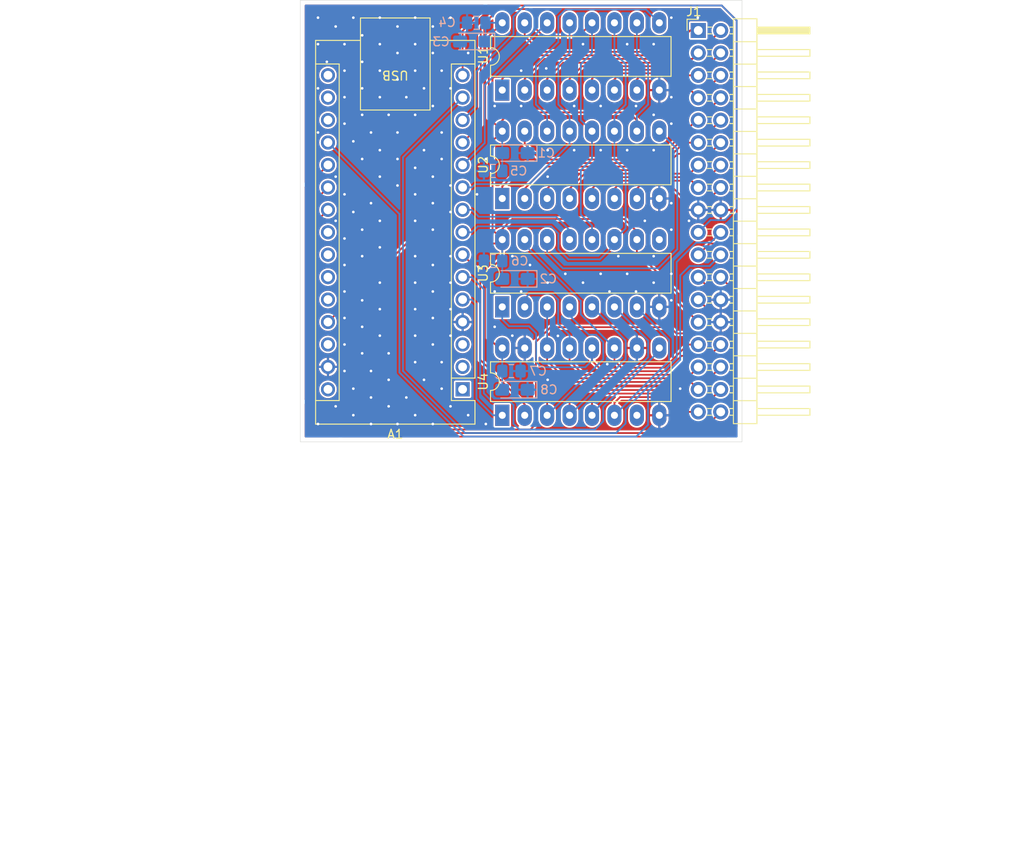
<source format=kicad_pcb>
(kicad_pcb (version 20240108) (generator "pcbnew") (generator_version "8.0")
  (title_block (title "Модуль загрузки") (date "2025-08-06") (company "R2AKT") (comment 1 "R2AKT.466961.001") (comment 2 "R2AKT"))
  (layers (0 "F.Cu" signal) (31 "B.Cu" signal) (34 "B.Paste" user) (35 "F.Paste" user) (36 "B.SilkS" user "B.Silkscreen") (37 "F.SilkS" user "F.Silkscreen") (38 "B.Mask" user) (39 "F.Mask" user) (44 "Edge.Cuts" user))
  (net 0 "")
  (net 2 "/Data_Out_En")
  (net 5 "/DataShift_In")
  (net 8 "/DataShift_In_Latch")
  (net 9 "/HLDA_In")
  (net 11 "/DataShift_Out")
  (net 12 "/Address_Out_En")
  (net 13 "GND")
  (net 14 "/HOLD_Out")
  (net 19 "/DataShift_Out_Clk")
  (net 21 "/DataShift_Out_Latch")
  (net 23 "/DataShift_In_Clk")
  (net 24 "/+5V")
  (net 25 "/A3")
  (net 26 "Net-(U1-QH')")
  (net 27 "/A0")
  (net 28 "/A5")
  (net 29 "/A2")
  (net 30 "/A7")
  (net 31 "/A1")
  (net 32 "/A4")
  (net 33 "/A6")
  (net 34 "/A10")
  (net 35 "/A11")
  (net 36 "/A15")
  (net 37 "/A8")
  (net 38 "Net-(U2-QH')")
  (net 39 "/A14")
  (net 40 "/A13")
  (net 41 "/A12")
  (net 42 "/A9")
  (net 43 "/D2")
  (net 44 "/D3")
  (net 45 "/D5")
  (net 47 "/D0")
  (net 48 "/D6")
  (net 49 "/D1")
  (net 50 "/D4")
  (net 51 "/D7")
  (net 53 "/~{MEMW_Out}")
  (net 54 "/~{MEMR_Out}")
  (net 55 "/~{BUSEn_Out}")
  (net 56 "/~{IOW_Out}")
  (net 57 "/~{IOR_Out}")
  (footprint "Package_DIP:DIP-16_W7.62mm_LongPads" (layer "F.Cu") (at 107.95 116.84 90)
    (property "Reference" "U2")
    (property "Value" "74HCT595")
  )
  (footprint "Package_DIP:DIP-16_W7.62mm_LongPads" (layer "F.Cu") (at 107.95 104.568334 90)
    (property "Reference" "U1")
    (property "Value" "74HCT595")
  )
  (footprint "Package_DIP:DIP-16_W7.62mm_LongPads" (layer "F.Cu") (at 107.95 129.111666 90)
    (property "Reference" "U3")
    (property "Value" "74HCT595")
  )
  (footprint "Connector_PinHeader_2.54mm:PinHeader_2x18_P2.54mm_Horizontal" (layer "F.Cu") (at 130.14 97.818334)
    (property "Reference" "J1")
    (property "Value" "Conn_02x18_Counter_Clockwise")
  )
  (footprint "Package_DIP:DIP-16_W7.62mm_LongPads" (layer "F.Cu") (at 107.95 141.383334 90)
    (property "Reference" "U4")
    (property "Value" "74HCT165")
  )
  (footprint "Module:Arduino_Nano" (layer "F.Cu") (at 103.46 138.443334 180)
    (property "Reference" "A1")
    (property "Value" "Arduino_Nano_v3.x")
  )
  (footprint "Capacitor_Tantalum_SMD:CP_EIA-3216-18_Kemet-A_Pad1.58x1.35mm_HandSolder" (layer "B.Cu") (at 109.3827 138.487734 180)
    (property "Reference" "C8")
    (property "Value" "1u")
  )
  (footprint "Capacitor_SMD:C_0805_2012Metric_Pad1.18x1.45mm_HandSolder" (layer "B.Cu") (at 106.9125 113.722734)
    (property "Reference" "C5")
    (property "Value" "100n")
  )
  (footprint "Capacitor_Tantalum_SMD:CP_EIA-3216-18_Kemet-A_Pad1.58x1.35mm_HandSolder" (layer "B.Cu") (at 109.3875 111.690734 180)
    (property "Reference" "C1")
    (property "Value" "1u")
  )
  (footprint "Capacitor_SMD:C_0805_2012Metric_Pad1.18x1.45mm_HandSolder" (layer "B.Cu") (at 105.0075 96.948334)
    (property "Reference" "C4")
    (property "Value" "100n")
  )
  (footprint "Capacitor_SMD:C_0805_2012Metric_Pad1.18x1.45mm_HandSolder" (layer "B.Cu") (at 106.9125 123.908134)
    (property "Reference" "C6")
    (property "Value" "100n")
  )
  (footprint "Capacitor_Tantalum_SMD:CP_EIA-3216-18_Kemet-A_Pad1.58x1.35mm_HandSolder" (layer "B.Cu") (at 104.6075 99.066934 180)
    (property "Reference" "C3")
    (property "Value" "1u")
  )
  (footprint "Capacitor_SMD:C_0805_2012Metric_Pad1.18x1.45mm_HandSolder" (layer "B.Cu") (at 108.9875 136.379534 180)
    (property "Reference" "C7")
    (property "Value" "100n")
  )
  (footprint "Capacitor_Tantalum_SMD:CP_EIA-3216-18_Kemet-A_Pad1.58x1.35mm_HandSolder" (layer "B.Cu") (at 109.3875 125.940134 180)
    (property "Reference" "C2")
    (property "Value" "1u")
  )
  (gr_rect (start 85.09 94.393334) (end 135.09 144.393334) (stroke (width 0.05)) (fill none) (layer "Edge.Cuts"))
  (segment (start 115.57 121.491666) (end 115.57 120.428334) (width 0.2) (layer "B.Cu") (net 2))
  (segment (start 104.502 118.123334) (end 103.46 118.123334) (width 0.2) (layer "B.Cu") (net 2))
  (segment (start 105.283 118.904334) (end 104.502 118.123334) (width 0.2) (layer "B.Cu") (net 2))
  (segment (start 115.57 120.428334) (end 114.046 118.904334) (width 0.2) (layer "B.Cu") (net 2))
  (segment (start 114.046 118.904334) (end 105.283 118.904334) (width 0.2) (layer "B.Cu") (net 2))
  (segment (start 125.73 134.093534) (end 119.38 140.443534) (width 0.2) (layer "B.Cu") (net 5))
  (segment (start 109.22 142.323134) (end 109.22 140.21902) (width 0.2) (layer "B.Cu") (net 5))
  (segment (start 108.884314 139.883334) (end 106.8564 139.883334) (width 0.2) (layer "B.Cu") (net 5))
  (segment (start 109.22 140.21902) (end 108.884314 139.883334) (width 0.2) (layer "B.Cu") (net 5))
  (segment (start 125.73 133.763334) (end 125.73 134.093534) (width 0.2) (layer "B.Cu") (net 5))
  (segment (start 119.38 140.443534) (end 119.38 142.068969) (width 0.2) (layer "B.Cu") (net 5))
  (segment (start 105.8672 138.894134) (end 105.8672 127.108534) (width 0.2) (layer "B.Cu") (net 5))
  (segment (start 104.502 125.743334) (end 103.46 125.743334) (width 0.2) (layer "B.Cu") (net 5))
  (segment (start 106.8564 139.883334) (end 105.8672 138.894134) (width 0.2) (layer "B.Cu") (net 5))
  (segment (start 119.38 142.068969) (end 118.455635 142.993334) (width 0.2) (layer "B.Cu") (net 5))
  (segment (start 118.455635 142.993334) (end 109.8902 142.993334) (width 0.2) (layer "B.Cu") (net 5))
  (segment (start 105.8672 127.108534) (end 104.502 125.743334) (width 0.2) (layer "B.Cu") (net 5))
  (segment (start 109.8902 142.993334) (end 109.22 142.323134) (width 0.2) (layer "B.Cu") (net 5))
  (segment (start 105.029 139.503734) (end 105.029 128.810334) (width 0.2) (layer "B.Cu") (net 8))
  (segment (start 104.502 128.283334) (end 103.46 128.283334) (width 0.2) (layer "B.Cu") (net 8))
  (segment (start 107.95 141.383334) (end 106.9086 141.383334) (width 0.2) (layer "B.Cu") (net 8))
  (segment (start 106.9086 141.383334) (end 105.029 139.503734) (width 0.2) (layer "B.Cu") (net 8))
  (segment (start 105.029 128.810334) (end 104.502 128.283334) (width 0.2) (layer "B.Cu") (net 8))
  (segment (start 131.415 121.943334) (end 130.14 123.218334) (width 0.2) (layer "F.Cu") (net 9))
  (segment (start 134.49 96.693334) (end 134.49 120.883334) (width 0.2) (layer "F.Cu") (net 9))
  (segment (start 106.334 94.993334) (end 132.79 94.993334) (width 0.2) (layer "F.Cu") (net 9))
  (segment (start 134.49 120.883334) (end 133.43 121.943334) (width 0.2) (layer "F.Cu") (net 9))
  (segment (start 133.43 121.943334) (end 131.415 121.943334) (width 0.2) (layer "F.Cu") (net 9))
  (segment (start 103.46 97.867334) (end 106.334 94.993334) (width 0.2) (layer "F.Cu") (net 9))
  (segment (start 132.79 94.993334) (end 134.49 96.693334) (width 0.2) (layer "F.Cu") (net 9))
  (segment (start 103.46 102.883334) (end 103.46 97.867334) (width 0.2) (layer "F.Cu") (net 9))
  (segment (start 103.4732 113.043334) (end 103.46 113.043334) (width 0.2) (layer "B.Cu") (net 11))
  (segment (start 105.9688 104.009534) (end 105.9688 110.547734) (width 0.2) (layer "B.Cu") (net 11))
  (segment (start 105.9688 110.547734) (end 103.4732 113.043334) (width 0.2) (layer "B.Cu") (net 11))
  (segment (start 113.03 96.948334) (end 105.9688 104.009534) (width 0.2) (layer "B.Cu") (net 11))
  (segment (start 104.8766 115.221334) (end 104.5146 115.583334) (width 0.2) (layer "B.Cu") (net 12))
  (segment (start 114.3 106.204334) (end 115.57 107.474334) (width 0.2) (layer "B.Cu") (net 12))
  (segment (start 115.57 96.948334) (end 115.57 100.362334) (width 0.2) (layer "B.Cu") (net 12))
  (segment (start 115.57 110.649334) (end 110.998 115.221334) (width 0.2) (layer "B.Cu") (net 12))
  (segment (start 114.3 101.632334) (end 114.3 106.204334) (width 0.2) (layer "B.Cu") (net 12))
  (segment (start 115.57 107.474334) (end 115.57 109.22) (width 0.2) (layer "B.Cu") (net 12))
  (segment (start 104.5146 115.583334) (end 103.46 115.583334) (width 0.2) (layer "B.Cu") (net 12))
  (segment (start 115.57 109.22) (end 115.57 110.649334) (width 0.2) (layer "B.Cu") (net 12))
  (segment (start 110.998 115.221334) (end 104.8766 115.221334) (width 0.2) (layer "B.Cu") (net 12))
  (segment (start 115.57 100.362334) (end 114.3 101.632334) (width 0.2) (layer "B.Cu") (net 12))
  (via (at 127.09 128.368334) (size 0.6) (drill 0.3) (layers "F.Cu" "B.Cu") (net 13))
  (via (at 102.09 132.368334) (size 0.6) (drill 0.3) (layers "F.Cu" "B.Cu") (net 13))
  (via (at 96.09 142.368334) (size 0.6) (drill 0.3) (layers "F.Cu" "B.Cu") (net 13))
  (via (at 102.09 126.368334) (size 0.6) (drill 0.3) (layers "F.Cu" "B.Cu") (net 13))
  (via (at 92.09 101.368334) (size 0.6) (drill 0.3) (layers "F.Cu" "B.Cu") (net 13))
  (via (at 97.09 105.368334) (size 0.6) (drill 0.3) (layers "F.Cu" "B.Cu") (net 13))
  (via (at 119.09 111.368334) (size 0.6) (drill 0.3) (layers "F.Cu" "B.Cu") (net 13))
  (via (at 87.09 96.368334) (size 0.6) (drill 0.3) (layers "F.Cu" "B.Cu") (net 13))
  (via (at 102.09 129.368334) (size 0.6) (drill 0.3) (layers "F.Cu" "B.Cu") (net 13))
  (via (at 94.09 132.368334) (size 0.6) (drill 0.3) (layers "F.Cu" "B.Cu") (net 13))
  (via (at 87.09 99.368334) (size 0.6) (drill 0.3) (layers "F.Cu" "B.Cu") (net 13))
  (via (at 120.09 127.368334) (size 0.6) (drill 0.3) (layers "F.Cu" "B.Cu") (net 13))
  (via (at 107.09 131.368334) (size 0.6) (drill 0.3) (layers "F.Cu" "B.Cu") (net 13))
  (via (at 100.09 106.368334) (size 0.6) (drill 0.3) (layers "F.Cu" "B.Cu") (net 13))
  (via (at 90.09 124.368334) (size 0.6) (drill 0.3) (layers "F.Cu" "B.Cu") (net 13))
  (via (at 96.09 109.368334) (size 0.6) (drill 0.3) (layers "F.Cu" "B.Cu") (net 13))
  (via (at 90.09 130.368334) (size 0.6) (drill 0.3) (layers "F.Cu" "B.Cu") (net 13))
  (via (at 113.09 137.368334) (size 0.6) (drill 0.3) (layers "F.Cu" "B.Cu") (net 13))
  (via (at 90.09 105.368334) (size 0.6) (drill 0.3) (layers "F.Cu" "B.Cu") (net 13))
  (via (at 89.09 97.368334) (size 0.6) (drill 0.3) (layers "F.Cu" "B.Cu") (net 13))
  (via (at 94.09 99.368334) (size 0.6) (drill 0.3) (layers "F.Cu" "B.Cu") (net 13))
  (via (at 92.09 120.368334) (size 0.6) (drill 0.3) (layers "F.Cu" "B.Cu") (net 13))
  (via (at 95.09 140.368334) (size 0.6) (drill 0.3) (layers "F.Cu" "B.Cu") (net 13))
  (via (at 114.2492 132.391734) (size 0.6) (drill 0.3) (layers "F.Cu" "B.Cu") (net 13))
  (via (at 111.09 124.368334) (size 0.6) (drill 0.3) (layers "F.Cu" "B.Cu") (net 13))
  (via (at 87.09 142.368334) (size 0.6) (drill 0.3) (layers "F.Cu" "B.Cu") (net 13))
  (via (at 91.09 118.368334) (size 0.6) (drill 0.3) (layers "F.Cu" "B.Cu") (net 13))
  (via (at 110.09 106.368334) (size 0.6) (drill 0.3) (layers "F.Cu" "B.Cu") (net 13))
  (via (at 127.09 105.368334) (size 0.6) (drill 0.3) (layers "F.Cu" "B.Cu") (net 13))
  (via (at 91.09 141.368334) (size 0.6) (drill 0.3) (layers "F.Cu" "B.Cu") (net 13))
  (via (at 88.09 101.368334) (size 0.6) (drill 0.3) (layers "F.Cu" "B.Cu") (net 13))
  (via (at 92.09 123.368334) (size 0.6) (drill 0.3) (layers "F.Cu" "B.Cu") (net 13))
  (via (at 105.09 116.368334) (size 0.6) (drill 0.3) (layers "F.Cu" "B.Cu") (net 13))
  (via (at 95.09 107.368334) (size 0.6) (drill 0.3) (layers "F.Cu" "B.Cu") (net 13))
  (via (at 94.09 114.368334) (size 0.6) (drill 0.3) (layers "F.Cu" "B.Cu") (net 13))
  (via (at 121.09 123.368334) (size 0.6) (drill 0.3) (layers "F.Cu" "B.Cu") (net 13))
  (via (at 89.09 114.368334) (size 0.6) (drill 0.3) (layers "F.Cu" "B.Cu") (net 13))
  (via (at 102.09 140.368334) (size 0.6) (drill 0.3) (layers "F.Cu" "B.Cu") (net 13))
  (via (at 125.09 123.368334) (size 0.6) (drill 0.3) (layers "F.Cu" "B.Cu") (net 13))
  (via (at 97.09 139.368334) (size 0.6) (drill 0.3) (layers "F.Cu" "B.Cu") (net 13))
  (via (at 117.09 126.368334) (size 0.6) (drill 0.3) (layers "F.Cu" "B.Cu") (net 13))
  (via (at 109.09 132.368334) (size 0.6) (drill 0.3) (layers "F.Cu" "B.Cu") (net 13))
  (via (at 125.09 126.368334) (size 0.6) (drill 0.3) (layers "F.Cu" "B.Cu") (net 13))
  (via (at 94.09 105.368334) (size 0.6) (drill 0.3) (layers "F.Cu" "B.Cu") (net 13))
  (via (at 96.09 115.368334) (size 0.6) (drill 0.3) (layers "F.Cu" "B.Cu") (net 13))
  (via (at 116.09 106.368334) (size 0.6) (drill 0.3) (layers "F.Cu" "B.Cu") (net 13))
  (via (at 113.09 114.368334) (size 0.6) (drill 0.3) (layers "F.Cu" "B.Cu") (net 13))
  (via (at 96.09 97.368334) (size 0.6) (drill 0.3) (layers "F.Cu" "B.Cu") (net 13))
  (via (at 90.09 121.368334) (size 0.6) (drill 0.3) (layers "F.Cu" "B.Cu") (net 13))
  (via (at 90.09 99.368334) (size 0.6) (drill 0.3) (layers "F.Cu" "B.Cu") (net 13))
  (via (at 100.09 133.368334) (size 0.6) (drill 0.3) (layers "F.Cu" "B.Cu") (net 13))
  (via (at 92.09 128.368334) (size 0.6) (drill 0.3) (layers "F.Cu" "B.Cu") (net 13))
  (via (at 127.09 108.368334) (size 0.6) (drill 0.3) (layers "F.Cu" "B.Cu") (net 13))
  (via (at 115.09 125.368334) (size 0.6) (drill 0.3) (layers "F.Cu" "B.Cu") (net 13))
  (via (at 90.09 136.368334) (size 0.6) (drill 0.3) (layers "F.Cu" "B.Cu") (net 13))
  (via (at 94.09 96.368334) (size 0.6) (drill 0.3) (layers "F.Cu" "B.Cu") (net 13))
  (via (at 90.09 116.368334) (size 0.6) (drill 0.3) (layers "F.Cu" "B.Cu") (net 13))
  (via (at 90.09 108.368334) (size 0.6) (drill 0.3) (layers "F.Cu" "B.Cu") (net 13))
  (via (at 127.09 96.368334) (size 0.6) (drill 0.3) (layers "F.Cu" "B.Cu") (net 13))
  (via (at 100.09 142.368334) (size 0.6) (drill 0.3) (layers "F.Cu" "B.Cu") (net 13))
  (via (at 122.09 125.368334) (size 0.6) (drill 0.3) (layers "F.Cu" "B.Cu") (net 13))
  (via (at 113.09 111.368334) (size 0.6) (drill 0.3) (layers "F.Cu" "B.Cu") (net 13))
  (via (at 92.09 131.368334) (size 0.6) (drill 0.3) (layers "F.Cu" "B.Cu") (net 13))
  (via (at 119.09 106.368334) (size 0.6) (drill 0.3) (layers "F.Cu" "B.Cu") (net 13))
  (via (at 110.09 102.368334) (size 0.6) (drill 0.3) (layers "F.Cu" "B.Cu") (net 13))
  (via (at 101.09 138.368334) (size 0.6) (drill 0.3) (layers "F.Cu" "B.Cu") (net 13))
  (via (at 98.09 141.368334) (size 0.6) (drill 0.3) (layers "F.Cu" "B.Cu") (net 13))
  (via (at 119.8372 135.592134) (size 0.6) (drill 0.3) (layers "F.Cu" "B.Cu") (net 13))
  (via (at 101.09 112.368334) (size 0.6) (drill 0.3) (layers "F.Cu" "B.Cu") (net 13))
  (via (at 92.09 104.368334) (size 0.6) (drill 0.3) (layers "F.Cu" "B.Cu") (net 13))
  (via (at 89.09 119.368334) (size 0.6) (drill 0.3) (layers "F.Cu" "B.Cu") (net 13))
  (via (at 98.09 96.368334) (size 0.6) (drill 0.3) (layers "F.Cu" "B.Cu") (net 13))
  (via (at 93.09 109.368334) (size 0.6) (drill 0.3) (layers "F.Cu" "B.Cu") (net 13))
  (via (at 123.09 106.368334) (size 0.6) (drill 0.3) (layers "F.Cu" "B.Cu") (net 13))
  (via (at 106.09 142.368334) (size 0.6) (drill 0.3) (layers "F.Cu" "B.Cu") (net 13))
  (via (at 93.09 142.368334) (size 0.6) (drill 0.3) (layers "F.Cu" "B.Cu") (net 13))
  (via (at 98.09 126.368334) (size 0.6) (drill 0.3) (layers "F.Cu" "B.Cu") (net 13))
  (via (at 94.09 102.368334) (size 0.6) (drill 0.3) (layers "F.Cu" "B.Cu") (net 13))
  (via (at 102.09 118.368334) (size 0.6) (drill 0.3) (layers "F.Cu" "B.Cu") (net 13))
  (via (at 92.09 134.368334) (size 0.6) (drill 0.3) (layers "F.Cu" "B.Cu") (net 13))
  (via (at 100.09 117.368334) (size 0.6) (drill 0.3) (layers "F.Cu" "B.Cu") (net 13))
  (via (at 109.09 123.368334) (size 0.6) (drill 0.3) (layers "F.Cu" "B.Cu") (net 13))
  (via (at 87.09 109.368334) (size 0.6) (drill 0.3) (layers "F.Cu" "B.Cu") (net 13))
  (via (at 93.09 136.368334) (size 0.6) (drill 0.3) (layers "F.Cu" "B.Cu") (net 13))
  (via (at 100.09 130.368334) (size 0.6) (drill 0.3) (layers "F.Cu" "B.Cu") (net 13))
  (via (at 95.09 137.368334) (size 0.6) (drill 0.3) (layers "F.Cu" "B.Cu") (net 13))
  (via (at 87.09 104.368334) (size 0.6) (drill 0.3) (layers "F.Cu" "B.Cu") (net 13))
  (via (at 92.09 107.368334) (size 0.6) (drill 0.3) (layers "F.Cu" "B.Cu") (net 13))
  (via (at 96.09 100.368334) (size 0.6) (drill 0.3) (layers "F.Cu" "B.Cu") (net 13))
  (via (at 94.09 122.368334) (size 0.6) (drill 0.3) (layers "F.Cu" "B.Cu") (net 13))
  (via (at 122.09 111.368334) (size 0.6) (drill 0.3) (layers "F.Cu" "B.Cu") (net 13))
  (via (at 98.09 116.368334) (size 0.6) (drill 0.3) (layers "F.Cu" "B.Cu") (net 13))
  (via (at 101.09 102.368334) (size 0.6) (drill 0.3) (layers "F.Cu" "B.Cu") (net 13))
  (via (at 94.09 129.368334) (size 0.6) (drill 0.3) (layers "F.Cu" "B.Cu") (net 13))
  (via (at 130.09 96.368334) (size 0.6) (drill 0.3) (layers "F.Cu" "B.Cu") (net 13))
  (via (at 107.09 127.368334) (size 0.6) (drill 0.3) (layers "F.Cu" "B.Cu") (net 13))
  (via (at 98.09 129.368334) (size 0.6) (drill 0.3) (layers "F.Cu" "B.Cu") (net 13))
  (via (at 101.09 135.368334) (size 0.6) (drill 0.3) (layers "F.Cu" "B.Cu") (net 13))
  (via (at 91.09 138.368334) (size 0.6) (drill 0.3) (layers "F.Cu" "B.Cu") (net 13))
  (via (at 125.09 99.368334) (size 0.6) (drill 0.3) (layers "F.Cu" "B.Cu") (net 13))
  (via (at 104.09 141.368334) (size 0.6) (drill 0.3) (layers "F.Cu" "B.Cu") (net 13))
  (via (at 90.09 102.368334) (size 0.6) (drill 0.3) (layers "F.Cu" "B.Cu") (net 13))
  (via (at 116.09 111.368334) (size 0.6) (drill 0.3) (layers "F.Cu" "B.Cu") (net 13))
  (via (at 98.09 99.368334) (size 0.6) (drill 0.3) (layers "F.Cu" "B.Cu") (net 13))
  (via (at 98.09 123.368334) (size 0.6) (drill 0.3) (layers "F.Cu" "B.Cu") (net 13))
  (via (at 102.09 123.368334) (size 0.6) (drill 0.3) (layers "F.Cu" "B.Cu") (net 13))
  (via (at 93.09 139.368334) (size 0.6) (drill 0.3) (layers "F.Cu" "B.Cu") (net 13))
  (via (at 98.09 107.368334) (size 0.6) (drill 0.3) (layers "F.Cu" "B.Cu") (net 13))
  (via (at 98.09 119.368334) (size 0.6) (drill 0.3) (layers "F.Cu" "B.Cu") (net 13))
  (via (at 99.09 137.368334) (size 0.6) (drill 0.3) (layers "F.Cu" "B.Cu") (net 13))
  (via (at 127.09 117.368334) (size 0.6) (drill 0.3) (layers "F.Cu" "B.Cu") (net 13))
  (via (at 92.09 112.368334) (size 0.6) (drill 0.3) (layers "F.Cu" "B.Cu") (net 13))
  (via (at 124.09 119.368334) (size 0.6) (drill 0.3) (layers "F.Cu" "B.Cu") (net 13))
  (via (at 104.09 100.368334) (size 0.6) (drill 0.3) (layers "F.Cu" "B.Cu") (net 13))
  (via (at 113.09 126.368334) (size 0.6) (drill 0.3) (layers "F.Cu" "B.Cu") (net 13))
  (via (at 100.09 100.368334) (size 0.6) (drill 0.3) (layers "F.Cu" "B.Cu") (net 13))
  (via (at 100.09 120.368334) (size 0.6) (drill 0.3) (layers "F.Cu" "B.Cu") (net 13))
  (via (at 117.09 99.368334) (size 0.6) (drill 0.3) (layers "F.Cu" "B.Cu") (net 13))
  (via (at 112.9284 102.114934) (size 0.6) (drill 0.3) (layers "F.Cu" "B.Cu") (net 13))
  (via (at 127.09 125.368334) (size 0.6) (drill 0.3) (layers "F.Cu" "B.Cu") (net 13))
  (via (at 129.09 119.368334) (size 0.6) (drill 0.3) (layers "F.Cu" "B.Cu") (net 13))
  (via (at 90.09 133.368334) (size 0.6) (drill 0.3) (layers "F.Cu" "B.Cu") (net 13))
  (via (at 98.09 113.368334) (size 0.6) (drill 0.3) (layers "F.Cu" "B.Cu") (net 13))
  (via (at 100.09 114.368334) (size 0.6) (drill 0.3) (layers "F.Cu" "B.Cu") (net 13))
  (via (at 99.09 111.368334) (size 0.6) (drill 0.3) (layers "F.Cu" "B.Cu") (net 13))
  (via (at 98.09 102.368334) (size 0.6) (drill 0.3) (layers "F.Cu" "B.Cu") (net 13))
  (via (at 100.09 127.368334) (size 0.6) (drill 0.3) (layers "F.Cu" "B.Cu") (net 13))
  (via (at 102.09 115.368334) (size 0.6) (drill 0.3) (layers "F.Cu" "B.Cu") (net 13))
  (via (at 93.09 117.368334) (size 0.6) (drill 0.3) (layers "F.Cu" "B.Cu") (net 13))
  (via (at 128.09 138.368334) (size 0.6) (drill 0.3) (layers "F.Cu" "B.Cu") (net 13))
  (via (at 94.09 111.368334) (size 0.6) (drill 0.3) (layers "F.Cu" "B.Cu") (net 13))
  (via (at 125.09 107.368334) (size 0.6) (drill 0.3) (layers "F.Cu" "B.Cu") (net 13))
  (via (at 95.09 134.368334) (size 0.6) (drill 0.3) (layers "F.Cu" "B.Cu") (net 13))
  (via (at 98.09 132.368334) (size 0.6) (drill 0.3) (layers "F.Cu" "B.Cu") (net 13))
  (via (at 123.09 127.368334) (size 0.6) (drill 0.3) (layers "F.Cu" "B.Cu") (net 13))
  (via (at 96.09 112.368334) (size 0.6) (drill 0.3) (layers "F.Cu" "B.Cu") (net 13))
  (via (at 101.09 109.368334) (size 0.6) (drill 0.3) (layers "F.Cu" "B.Cu") (net 13))
  (via (at 100.09 124.368334) (size 0.6) (drill 0.3) (layers "F.Cu" "B.Cu") (net 13))
  (via (at 89.09 140.368334) (size 0.6) (drill 0.3) (layers "F.Cu" "B.Cu") (net 13))
  (via (at 122.09 99.368334) (size 0.6) (drill 0.3) (layers "F.Cu" "B.Cu") (net 13))
  (via (at 125.09 111.368334) (size 0.6) (drill 0.3) (layers "F.Cu" "B.Cu") (net 13))
  (via (at 107.09 106.368334) (size 0.6) (drill 0.3) (layers "F.Cu" "B.Cu") (net 13))
  (via (at 94.09 119.368334) (size 0.6) (drill 0.3) (layers "F.Cu" "B.Cu") (net 13))
  (via (at 96.09 103.368334) (size 0.6) (drill 0.3) (layers "F.Cu" "B.Cu") (net 13))
  (via (at 110.09 127.368334) (size 0.6) (drill 0.3) (layers "F.Cu" "B.Cu") (net 13))
  (via (at 99.09 104.368334) (size 0.6) (drill 0.3) (layers "F.Cu" "B.Cu") (net 13))
  (via (at 90.09 127.368334) (size 0.6) (drill 0.3) (layers "F.Cu" "B.Cu") (net 13))
  (via (at 127.09 120.368334) (size 0.6) (drill 0.3) (layers "F.Cu" "B.Cu") (net 13))
  (via (at 98.09 135.368334) (size 0.6) (drill 0.3) (layers "F.Cu" "B.Cu") (net 13))
  (via (at 119.09 125.368334) (size 0.6) (drill 0.3) (layers "F.Cu" "B.Cu") (net 13))
  (via (at 102.09 96.368334) (size 0.6) (drill 0.3) (layers "F.Cu" "B.Cu") (net 13))
  (via (at 100.09 97.368334) (size 0.6) (drill 0.3) (layers "F.Cu" "B.Cu") (net 13))
  (via (at 92.09 98.368334) (size 0.6) (drill 0.3) (layers "F.Cu" "B.Cu") (net 13))
  (via (at 91.09 110.368334) (size 0.6) (drill 0.3) (layers "F.Cu" "B.Cu") (net 13))
  (via (at 91.09 96.368334) (size 0.6) (drill 0.3) (layers "F.Cu" "B.Cu") (net 13))
  (via (at 102.09 104.368334) (size 0.6) (drill 0.3) (layers "F.Cu" "B.Cu") (net 13))
  (via (at 94.09 126.368334) (size 0.6) (drill 0.3) (layers "F.Cu" "B.Cu") (net 13))
  (via (at 106.09 112.368334) (size 0.6) (drill 0.3) (layers "F.Cu" "B.Cu") (net 13))
  (segment (start 130.14 120.678334) (end 131.53 119.288334) (width 0.2) (layer "B.Cu") (net 14))
  (segment (start 105.029 102.445134) (end 105.029 106.394334) (width 0.2) (layer "B.Cu") (net 14))
  (segment (start 110.489365 94.993334) (end 109.22 96.262699) (width 0.2) (layer "B.Cu") (net 14))
  (segment (start 134.49 117.95468) (end 134.49 96.683334) (width 0.2) (layer "B.Cu") (net 14))
  (segment (start 134.49 96.683334) (end 132.8 94.993334) (width 0.2) (layer "B.Cu") (net 14))
  (segment (start 109.22 98.254134) (end 105.029 102.445134) (width 0.2) (layer "B.Cu") (net 14))
  (segment (start 133.156346 119.288334) (end 134.49 117.95468) (width 0.2) (layer "B.Cu") (net 14))
  (segment (start 109.22 96.262699) (end 109.22 98.254134) (width 0.2) (layer "B.Cu") (net 14))
  (segment (start 132.8 94.993334) (end 110.489365 94.993334) (width 0.2) (layer "B.Cu") (net 14))
  (segment (start 105.029 106.394334) (end 103.46 107.963334) (width 0.2) (layer "B.Cu") (net 14))
  (segment (start 131.53 119.288334) (end 133.156346 119.288334) (width 0.2) (layer "B.Cu") (net 14))
  (segment (start 121.92 101.632334) (end 120.65 100.362334) (width 0.2) (layer "B.Cu") (net 19))
  (segment (start 121.92 106.204334) (end 121.92 101.632334) (width 0.2) (layer "B.Cu") (net 19))
  (segment (start 120.65 112.427334) (end 120.65 109.22) (width 0.2) (layer "B.Cu") (net 19))
  (segment (start 105.160868 119.991666) (end 104.4892 120.663334) (width 0.2) (layer "B.Cu") (net 19))
  (segment (start 120.65 121.491666) (end 120.65 122.079334) (width 0.2) (layer "B.Cu") (net 19))
  (segment (start 104.4892 120.663334) (end 103.46 120.663334) (width 0.2) (layer "B.Cu") (net 19))
  (segment (start 115.443 123.730334) (end 114.3 122.587334) (width 0.2) (layer "B.Cu") (net 19))
  (segment (start 120.65 121.491666) (end 121.92 120.221666) (width 0.2) (layer "B.Cu") (net 19))
  (segment (start 114.3 120.806031) (end 113.485635 119.991666) (width 0.2) (layer "B.Cu") (net 19))
  (segment (start 121.92 113.697334) (end 120.65 112.427334) (width 0.2) (layer "B.Cu") (net 19))
  (segment (start 120.65 122.079334) (end 118.999 123.730334) (width 0.2) (layer "B.Cu") (net 19))
  (segment (start 114.3 122.587334) (end 114.3 120.806031) (width 0.2) (layer "B.Cu") (net 19))
  (segment (start 120.65 100.362334) (end 120.65 96.948334) (width 0.2) (layer "B.Cu") (net 19))
  (segment (start 121.92 120.221666) (end 121.92 113.697334) (width 0.2) (layer "B.Cu") (net 19))
  (segment (start 120.65 109.22) (end 120.65 107.474334) (width 0.2) (layer "B.Cu") (net 19))
  (segment (start 120.65 107.474334) (end 121.92 106.204334) (width 0.2) (layer "B.Cu") (net 19))
  (segment (start 118.999 123.730334) (end 115.443 123.730334) (width 0.2) (layer "B.Cu") (net 19))
  (segment (start 113.485635 119.991666) (end 105.160868 119.991666) (width 0.2) (layer "B.Cu") (net 19))
  (segment (start 112.583365 98.457334) (end 116.601 98.457334) (width 0.2) (layer "F.Cu") (net 21))
  (segment (start 107.549365 95.393334) (end 110.890635 95.393334) (width 0.2) (layer "F.Cu") (net 21))
  (segment (start 111.76 97.633969) (end 112.583365 98.457334) (width 0.2) (layer "F.Cu") (net 21))
  (segment (start 116.601 98.457334) (end 118.11 96.948334) (width 0.2) (layer "F.Cu") (net 21))
  (segment (start 105.5116 108.451734) (end 105.5116 97.431099) (width 0.2) (layer "F.Cu") (net 21))
  (segment (start 105.5116 97.431099) (end 107.549365 95.393334) (width 0.2) (layer "F.Cu") (net 21))
  (segment (start 103.46 110.503334) (end 105.5116 108.451734) (width 0.2) (layer "F.Cu") (net 21))
  (segment (start 110.890635 95.393334) (end 111.76 96.262699) (width 0.2) (layer "F.Cu") (net 21))
  (segment (start 111.76 96.262699) (end 111.76 97.633969) (width 0.2) (layer "F.Cu") (net 21))
  (segment (start 116.84 113.643334) (end 116.84 118.643334) (width 0.2) (layer "B.Cu") (net 21))
  (segment (start 118.11 109.22) (end 116.84 107.95) (width 0.2) (layer "B.Cu") (net 21))
  (segment (start 116.84 107.95) (end 116.84 101.632334) (width 0.2) (layer "B.Cu") (net 21))
  (segment (start 118.11 109.22) (end 118.11 112.373334) (width 0.2) (layer "B.Cu") (net 21))
  (segment (start 118.11 100.362334) (end 118.11 96.948334) (width 0.2) (layer "B.Cu") (net 21))
  (segment (start 116.84 101.632334) (end 118.11 100.362334) (width 0.2) (layer "B.Cu") (net 21))
  (segment (start 118.11 119.913334) (end 118.11 121.491666) (width 0.2) (layer "B.Cu") (net 21))
  (segment (start 116.84 118.643334) (end 118.11 119.913334) (width 0.2) (layer "B.Cu") (net 21))
  (segment (start 118.11 112.373334) (end 116.84 113.643334) (width 0.2) (layer "B.Cu") (net 21))
  (segment (start 105.4608 135.104134) (end 110.49 140.133334) (width 0.2) (layer "F.Cu") (net 23))
  (segment (start 103.46 123.203334) (end 105.4608 125.204134) (width 0.2) (layer "F.Cu") (net 23))
  (segment (start 105.4608 125.204134) (end 105.4608 135.104134) (width 0.2) (layer "F.Cu") (net 23))
  (segment (start 110.49 140.133334) (end 110.49 141.383334) (width 0.2) (layer "F.Cu") (net 23))
  (segment (start 130.14 130.838334) (end 130.14 130.643334) (width 0.2) (layer "F.Cu") (net 24))
  (segment (start 127.9 128.598334) (end 130.14 130.838334) (width 0.2) (layer "F.Cu") (net 24))
  (segment (start 106.426 107.696) (end 107.95 109.22) (width 0.2) (layer "F.Cu") (net 24))
  (segment (start 123.19 121.491666) (end 123.19 122.903334) (width 0.2) (layer "F.Cu") (net 24))
  (segment (start 123.19 120.573334) (end 123.19 121.491666) (width 0.2) (layer "F.Cu") (net 24))
  (segment (start 121.78 119.163334) (end 123.19 120.573334) (width 0.2) (layer "F.Cu") (net 24))
  (segment (start 107.95 121.491666) (end 107.489332 121.952334) (width 0.2) (layer "F.Cu") (net 24))
  (segment (start 107.95 96.948334) (end 106.426 98.472334) (width 0.2) (layer "F.Cu") (net 24))
  (segment (start 107.95 121.491666) (end 107.95 123.517573) (width 0.2) (layer "F.Cu") (net 24))
  (segment (start 106.4006 132.613934) (end 107.55 133.763334) (width 0.2) (layer "F.Cu") (net 24))
  (segment (start 107.95 107.973334) (end 107.95 109.22) (width 0.2) (layer "F.Cu") (net 24))
  (segment (start 123.19 122.903334) (end 127.9 127.613334) (width 0.2) (layer "F.Cu") (net 24))
  (segment (start 123.19 109.22) (end 123.19 107.983334) (width 0.2) (layer "F.Cu") (net 24))
  (segment (start 108.83 107.093334) (end 107.95 107.973334) (width 0.2) (layer "F.Cu") (net 24))
  (segment (start 122.3 107.093334) (end 108.83 107.093334) (width 0.2) (layer "F.Cu") (net 24))
  (segment (start 97.11 121.933334) (end 88.22 130.823334) (width 0.2) (layer "F.Cu") (net 24))
  (segment (start 127.9 127.613334) (end 127.9 128.598334) (width 0.2) (layer "F.Cu") (net 24))
  (segment (start 123.19 107.983334) (end 122.3 107.093334) (width 0.2) (layer "F.Cu") (net 24))
  (segment (start 109.08 119.163334) (end 121.78 119.163334) (width 0.2) (layer "F.Cu") (net 24))
  (segment (start 106.85 120.391666) (end 106.85 110.32) (width 0.2) (layer "F.Cu") (net 24))
  (segment (start 107.55 133.763334) (end 107.95 133.763334) (width 0.2) (layer "F.Cu") (net 24))
  (segment (start 106.426 98.472334) (end 106.426 107.696) (width 0.2) (layer "F.Cu") (net 24))
  (segment (start 106.4006 125.066973) (end 106.4006 132.613934) (width 0.2) (layer "F.Cu") (net 24))
  (segment (start 107.95 120.293334) (end 109.08 119.163334) (width 0.2) (layer "F.Cu") (net 24))
  (segment (start 107.95 109.22) (end 106.85 110.32) (width 0.2) (layer "F.Cu") (net 24))
  (segment (start 107.95 123.517573) (end 106.4006 125.066973) (width 0.2) (layer "F.Cu") (net 24))
  (segment (start 107.95 121.491666) (end 107.508332 121.933334) (width 0.2) (layer "F.Cu") (net 24))
  (segment (start 106.85 120.391666) (end 107.95 121.491666) (width 0.2) (layer "F.Cu") (net 24))
  (segment (start 107.95 121.491666) (end 107.95 120.293334) (width 0.2) (layer "F.Cu") (net 24))
  (segment (start 107.508332 121.933334) (end 97.11 121.933334) (width 0.2) (layer "F.Cu") (net 24))
  (segment (start 107.95 136.227134) (end 107.95 133.763334) (width 0.2) (layer "B.Cu") (net 24))
  (segment (start 107.95 123.814334) (end 107.95 121.491666) (width 0.2) (layer "B.Cu") (net 24))
  (segment (start 124.46 101.632334) (end 124.46 106.204334) (width 0.2) (layer "B.Cu") (net 24))
  (segment (start 123.19 96.948334) (end 123.19 100.362334) (width 0.2) (layer "B.Cu") (net 24))
  (segment (start 123.19 100.362334) (end 124.46 101.632334) (width 0.2) (layer "B.Cu") (net 24))
  (segment (start 124.46 106.204334) (end 123.19 107.474334) (width 0.2) (layer "B.Cu") (net 24))
  (segment (start 106.045 96.948334) (end 106.045 99.066934) (width 0.2) (layer "B.Cu") (net 24))
  (segment (start 107.95 111.690734) (end 107.95 113.722734) (width 0.2) (layer "B.Cu") (net 24))
  (segment (start 123.19 107.474334) (end 123.19 109.22) (width 0.2) (layer "B.Cu") (net 24))
  (segment (start 107.95 111.690734) (end 107.95 109.22) (width 0.2) (layer "B.Cu") (net 24))
  (segment (start 107.95 123.908134) (end 107.95 125.940134) (width 0.2) (layer "B.Cu") (net 24))
  (segment (start 106.045 96.948334) (end 107.95 96.948334) (width 0.2) (layer "B.Cu") (net 24))
  (segment (start 107.95 136.354134) (end 107.95 138.386134) (width 0.2) (layer "B.Cu") (net 24))
  (segment (start 132.68 100.358334) (end 131.405 101.633334) (width 0.2) (layer "F.Cu") (net 25))
  (segment (start 114.845 101.468334) (end 113.03 103.283334) (width 0.2) (layer "F.Cu") (net 25))
  (segment (start 127.193744 101.468334) (end 114.845 101.468334) (width 0.2) (layer "F.Cu") (net 25))
  (segment (start 113.03 103.283334) (end 113.03 104.568334) (width 0.2) (layer "F.Cu") (net 25))
  (segment (start 131.405 101.633334) (end 127.358744 101.633334) (width 0.2) (layer "F.Cu") (net 25))
  (segment (start 127.358744 101.633334) (end 127.193744 101.468334) (width 0.2) (layer "F.Cu") (net 25))
  (segment (start 115.114365 95.448334) (end 124.23 95.448334) (width 0.2) (layer "B.Cu") (net 26))
  (segment (start 124.23 95.448334) (end 125.73 96.948334) (width 0.2) (layer "B.Cu") (net 26))
  (segment (start 113.03 109.22) (end 113.03 107.474334) (width 0.2) (layer "B.Cu") (net 26))
  (segment (start 111.76 101.657734) (end 114.3 99.117734) (width 0.2) (layer "B.Cu") (net 26))
  (segment (start 113.03 107.474334) (end 111.76 106.204334) (width 0.2) (layer "B.Cu") (net 26))
  (segment (start 114.3 99.117734) (end 114.3 96.262699) (width 0.2) (layer "B.Cu") (net 26))
  (segment (start 114.3 96.262699) (end 115.114365 95.448334) (width 0.2) (layer "B.Cu") (net 26))
  (segment (start 111.76 106.204334) (end 111.76 101.657734) (width 0.2) (layer "B.Cu") (net 26))
  (segment (start 129.225 97.818334) (end 126.808 100.235334) (width 0.2) (layer "F.Cu") (net 27))
  (segment (start 130.14 97.818334) (end 129.225 97.818334) (width 0.2) (layer "F.Cu") (net 27))
  (segment (start 112.268 100.235334) (end 110.49 98.457334) (width 0.2) (layer "F.Cu") (net 27))
  (segment (start 126.808 100.235334) (end 112.268 100.235334) (width 0.2) (layer "F.Cu") (net 27))
  (segment (start 110.49 98.457334) (end 110.49 96.948334) (width 0.2) (layer "F.Cu") (net 27))
  (segment (start 126.525 102.268334) (end 119.125 102.268334) (width 0.2) (layer "F.Cu") (net 28))
  (segment (start 118.11 103.283334) (end 118.11 104.568334) (width 0.2) (layer "F.Cu") (net 28))
  (segment (start 131.405 104.173334) (end 128.43 104.173334) (width 0.2) (layer "F.Cu") (net 28))
  (segment (start 119.125 102.268334) (end 118.11 103.283334) (width 0.2) (layer "F.Cu") (net 28))
  (segment (start 128.43 104.173334) (end 126.525 102.268334) (width 0.2) (layer "F.Cu") (net 28))
  (segment (start 132.68 102.898334) (end 131.405 104.173334) (width 0.2) (layer "F.Cu") (net 28))
  (segment (start 129.463 101.035334) (end 112.738 101.035334) (width 0.2) (layer "F.Cu") (net 29))
  (segment (start 112.738 101.035334) (end 110.49 103.283334) (width 0.2) (layer "F.Cu") (net 29))
  (segment (start 110.49 103.283334) (end 110.49 104.568334) (width 0.2) (layer "F.Cu") (net 29))
  (segment (start 130.14 100.358334) (end 129.463 101.035334) (width 0.2) (layer "F.Cu") (net 29))
  (segment (start 123.475 103.068334) (end 123.19 103.353334) (width 0.2) (layer "F.Cu") (net 30))
  (segment (start 131.53 106.588334) (end 129.663654 106.588334) (width 0.2) (layer "F.Cu") (net 30))
  (segment (start 123.19 103.353334) (end 123.19 104.568334) (width 0.2) (layer "F.Cu") (net 30))
  (segment (start 128.99 105.91468) (end 128.99 105.872699) (width 0.2) (layer "F.Cu") (net 30))
  (segment (start 126.185635 103.068334) (end 123.475 103.068334) (width 0.2) (layer "F.Cu") (net 30))
  (segment (start 129.663654 106.588334) (end 128.99 105.91468) (width 0.2) (layer "F.Cu") (net 30))
  (segment (start 132.68 105.438334) (end 131.53 106.588334) (width 0.2) (layer "F.Cu") (net 30))
  (segment (start 128.99 105.872699) (end 126.185635 103.068334) (width 0.2) (layer "F.Cu") (net 30))
  (segment (start 132.68 97.818334) (end 131.387 99.111334) (width 0.2) (layer "F.Cu") (net 31))
  (segment (start 127.888686 100.635334) (end 110.598 100.635334) (width 0.2) (layer "F.Cu") (net 31))
  (segment (start 110.598 100.635334) (end 107.95 103.283334) (width 0.2) (layer "F.Cu") (net 31))
  (segment (start 131.387 99.111334) (end 129.412686 99.111334) (width 0.2) (layer "F.Cu") (net 31))
  (segment (start 107.95 103.283334) (end 107.95 104.568334) (width 0.2) (layer "F.Cu") (net 31))
  (segment (start 129.412686 99.111334) (end 127.888686 100.635334) (width 0.2) (layer "F.Cu") (net 31))
  (segment (start 127.735 102.898334) (end 126.705 101.868334) (width 0.2) (layer "F.Cu") (net 32))
  (segment (start 116.985 101.868334) (end 115.57 103.283334) (width 0.2) (layer "F.Cu") (net 32))
  (segment (start 115.57 103.283334) (end 115.57 104.568334) (width 0.2) (layer "F.Cu") (net 32))
  (segment (start 130.14 102.898334) (end 127.735 102.898334) (width 0.2) (layer "F.Cu") (net 32))
  (segment (start 126.705 101.868334) (end 116.985 101.868334) (width 0.2) (layer "F.Cu") (net 32))
  (segment (start 130.14 105.438334) (end 129.29 104.588334) (width 0.2) (layer "F.Cu") (net 33))
  (segment (start 126.359314 102.668334) (end 121.325 102.668334) (width 0.2) (layer "F.Cu") (net 33))
  (segment (start 120.65 103.343334) (end 120.65 104.568334) (width 0.2) (layer "F.Cu") (net 33))
  (segment (start 121.325 102.668334) (end 120.65 103.343334) (width 0.2) (layer "F.Cu") (net 33))
  (segment (start 129.29 104.588334) (end 128.279314 104.588334) (width 0.2) (layer "F.Cu") (net 33))
  (segment (start 128.279314 104.588334) (end 126.359314 102.668334) (width 0.2) (layer "F.Cu") (net 33))
  (segment (start 110.49 115.729334) (end 110.49 116.84) (width 0.2) (layer "F.Cu") (net 34))
  (segment (start 128.516372 110.518334) (end 125.807372 113.227334) (width 0.2) (layer "F.Cu") (net 34))
  (segment (start 112.992 113.227334) (end 110.49 115.729334) (width 0.2) (layer "F.Cu") (net 34))
  (segment (start 125.807372 113.227334) (end 112.992 113.227334) (width 0.2) (layer "F.Cu") (net 34))
  (segment (start 130.14 110.518334) (end 128.516372 110.518334) (width 0.2) (layer "F.Cu") (net 34))
  (segment (start 125.973058 113.627334) (end 115.132 113.627334) (width 0.2) (layer "F.Cu") (net 35))
  (segment (start 132.68 110.518334) (end 131.415 111.783334) (width 0.2) (layer "F.Cu") (net 35))
  (segment (start 115.132 113.627334) (end 113.03 115.729334) (width 0.2) (layer "F.Cu") (net 35))
  (segment (start 113.03 115.729334) (end 113.03 116.84) (width 0.2) (layer "F.Cu") (net 35))
  (segment (start 131.415 111.783334) (end 127.817058 111.783334) (width 0.2) (layer "F.Cu") (net 35))
  (segment (start 127.817058 111.783334) (end 125.973058 113.627334) (width 0.2) (layer "F.Cu") (net 35))
  (segment (start 126.991666 115.34) (end 123.579334 115.34) (width 0.2) (layer "F.Cu") (net 36))
  (segment (start 123.579334 115.34) (end 123.19 115.729334) (width 0.2) (layer "F.Cu") (net 36))
  (segment (start 123.19 115.729334) (end 123.19 116.84) (width 0.2) (layer "F.Cu") (net 36))
  (segment (start 132.68 115.598334) (end 131.405 116.873334) (width 0.2) (layer "F.Cu") (net 36))
  (segment (start 128.525 116.873334) (end 126.991666 115.34) (width 0.2) (layer "F.Cu") (net 36))
  (segment (start 131.405 116.873334) (end 128.525 116.873334) (width 0.2) (layer "F.Cu") (net 36))
  (segment (start 129.925 107.978334) (end 125.476 112.427334) (width 0.2) (layer "F.Cu") (net 37))
  (segment (start 112.268 112.427334) (end 110.49 110.649334) (width 0.2) (layer "F.Cu") (net 37))
  (segment (start 125.476 112.427334) (end 112.268 112.427334) (width 0.2) (layer "F.Cu") (net 37))
  (segment (start 110.49 110.649334) (end 110.49 109.22) (width 0.2) (layer "F.Cu") (net 37))
  (segment (start 130.14 107.978334) (end 129.925 107.978334) (width 0.2) (layer "F.Cu") (net 37))
  (segment (start 125.603 124.746334) (end 114.808 124.746334) (width 0.2) (layer "B.Cu") (net 38))
  (segment (start 127.762 122.587334) (end 125.603 124.746334) (width 0.2) (layer "B.Cu") (net 38))
  (segment (start 127.762 111.252) (end 127.762 122.587334) (width 0.2) (layer "B.Cu") (net 38))
  (segment (start 113.03 122.968334) (end 113.03 121.491666) (width 0.2) (layer "B.Cu") (net 38))
  (segment (start 125.73 109.22) (end 127.762 111.252) (width 0.2) (layer "B.Cu") (net 38))
  (segment (start 114.808 124.746334) (end 113.03 122.968334) (width 0.2) (layer "B.Cu") (net 38))
  (segment (start 120.65 115.729334) (end 120.65 116.84) (width 0.2) (layer "F.Cu") (net 39))
  (segment (start 121.552 114.827334) (end 120.65 115.729334) (width 0.2) (layer "F.Cu") (net 39))
  (segment (start 129.369 114.827334) (end 121.552 114.827334) (width 0.2) (layer "F.Cu") (net 39))
  (segment (start 130.14 115.598334) (end 129.369 114.827334) (width 0.2) (layer "F.Cu") (net 39))
  (segment (start 118.11 115.729334) (end 118.11 116.84) (width 0.2) (layer "F.Cu") (net 40))
  (segment (start 119.412 114.427334) (end 118.11 115.729334) (width 0.2) (layer "F.Cu") (net 40))
  (segment (start 131.311 114.427334) (end 119.412 114.427334) (width 0.2) (layer "F.Cu") (net 40))
  (segment (start 132.68 113.058334) (end 131.311 114.427334) (width 0.2) (layer "F.Cu") (net 40))
  (segment (start 129.171 114.027334) (end 117.272 114.027334) (width 0.2) (layer "F.Cu") (net 41))
  (segment (start 115.57 115.729334) (end 115.57 116.84) (width 0.2) (layer "F.Cu") (net 41))
  (segment (start 117.272 114.027334) (end 115.57 115.729334) (width 0.2) (layer "F.Cu") (net 41))
  (segment (start 130.14 113.058334) (end 129.171 114.027334) (width 0.2) (layer "F.Cu") (net 41))
  (segment (start 129.215686 109.253334) (end 125.641686 112.827334) (width 0.2) (layer "F.Cu") (net 42))
  (segment (start 131.405 109.253334) (end 129.215686 109.253334) (width 0.2) (layer "F.Cu") (net 42))
  (segment (start 125.641686 112.827334) (end 110.598 112.827334) (width 0.2) (layer "F.Cu") (net 42))
  (segment (start 132.68 107.978334) (end 131.405 109.253334) (width 0.2) (layer "F.Cu") (net 42))
  (segment (start 107.95 115.475334) (end 107.95 116.84) (width 0.2) (layer "F.Cu") (net 42))
  (segment (start 110.598 112.827334) (end 107.95 115.475334) (width 0.2) (layer "F.Cu") (net 42))
  (segment (start 117.152197 136.793331) (end 115.57 135.211134) (width 0.2) (layer "F.Cu") (net 43))
  (segment (start 130.14 135.918334) (end 129.265003 136.793331) (width 0.2) (layer "F.Cu") (net 43))
  (segment (start 129.265003 136.793331) (end 117.152197 136.793331) (width 0.2) (layer "F.Cu") (net 43))
  (segment (start 115.57 135.211134) (end 115.57 133.763334) (width 0.2) (layer "F.Cu") (net 43))
  (segment (start 114.2746 128.302334) (end 113.583932 127.611666) (width 0.2) (layer "B.Cu") (net 43))
  (segment (start 111.053668 127.611666) (end 110.49 128.175334) (width 0.2) (layer "B.Cu") (net 43))
  (segment (start 115.57 133.763334) (end 115.57 132.315534) (width 0.2) (layer "B.Cu") (net 43))
  (segment (start 115.57 132.315534) (end 114.2746 131.020134) (width 0.2) (layer "B.Cu") (net 43))
  (segment (start 110.49 128.175334) (end 110.49 129.111666) (width 0.2) (layer "B.Cu") (net 43))
  (segment (start 113.583932 127.611666) (end 111.053668 127.611666) (width 0.2) (layer "B.Cu") (net 43))
  (segment (start 114.2746 131.020134) (end 114.2746 128.302334) (width 0.2) (layer "B.Cu") (net 43))
  (segment (start 131.405 137.193334) (end 115.0122 137.193334) (width 0.2) (layer "F.Cu") (net 44))
  (segment (start 132.68 135.918334) (end 131.405 137.193334) (width 0.2) (layer "F.Cu") (net 44))
  (segment (start 115.0122 137.193334) (end 113.03 135.211134) (width 0.2) (layer "F.Cu") (net 44))
  (segment (start 113.03 135.211134) (end 113.03 133.763334) (width 0.2) (layer "F.Cu") (net 44))
  (segment (start 113.03 133.763334) (end 113.03 129.111666) (width 0.2) (layer "B.Cu") (net 44))
  (segment (start 131.415 139.723334) (end 128.131372 139.723334) (width 0.2) (layer "F.Cu") (net 45))
  (segment (start 128.131372 139.723334) (end 126.931372 138.523334) (width 0.2) (layer "F.Cu") (net 45))
  (segment (start 132.68 138.458334) (end 131.415 139.723334) (width 0.2) (layer "F.Cu") (net 45))
  (segment (start 126.931372 138.523334) (end 116.9822 138.523334) (width 0.2) (layer "F.Cu") (net 45))
  (segment (start 115.57 139.935534) (end 115.57 141.383334) (width 0.2) (layer "F.Cu") (net 45))
  (segment (start 116.9822 138.523334) (end 115.57 139.935534) (width 0.2) (layer "F.Cu") (net 45))
  (segment (start 121.92 132.921666) (end 118.11 129.111666) (width 0.2) (layer "B.Cu") (net 45))
  (segment (start 115.57 141.383334) (end 121.92 135.033334) (width 0.2) (layer "B.Cu") (net 45))
  (segment (start 121.92 135.033334) (end 121.92 132.921666) (width 0.2) (layer "B.Cu") (net 45))
  (segment (start 128.937919 133.378334) (end 126.322919 135.993334) (width 0.2) (layer "F.Cu") (net 47))
  (segment (start 126.322919 135.993334) (end 121.4322 135.993334) (width 0.2) (layer "F.Cu") (net 47))
  (segment (start 121.4322 135.993334) (end 120.65 135.211134) (width 0.2) (layer "F.Cu") (net 47))
  (segment (start 120.65 135.211134) (end 120.65 133.763334) (width 0.2) (layer "F.Cu") (net 47))
  (segment (start 130.14 133.378334) (end 128.937919 133.378334) (width 0.2) (layer "F.Cu") (net 47))
  (segment (start 116.025635 127.611666) (end 116.022332 127.611666) (width 0.2) (layer "B.Cu") (net 47))
  (segment (start 116.022332 127.611666) (end 110.49 122.079334) (width 0.2) (layer "B.Cu") (net 47))
  (segment (start 116.84 128.426031) (end 116.025635 127.611666) (width 0.2) (layer "B.Cu") (net 47))
  (segment (start 116.84 129.953334) (end 116.84 128.426031) (width 0.2) (layer "B.Cu") (net 47))
  (segment (start 110.49 122.079334) (end 110.49 121.491666) (width 0.2) (layer "B.Cu") (net 47))
  (segment (start 120.65 133.763334) (end 116.84 129.953334) (width 0.2) (layer "B.Cu") (net 47))
  (segment (start 126.765686 138.923334) (end 119.1222 138.923334) (width 0.2) (layer "F.Cu") (net 48))
  (segment (start 130.14 140.998334) (end 128.840686 140.998334) (width 0.2) (layer "F.Cu") (net 48))
  (segment (start 128.840686 140.998334) (end 126.765686 138.923334) (width 0.2) (layer "F.Cu") (net 48))
  (segment (start 118.11 139.935534) (end 118.11 141.383334) (width 0.2) (layer "F.Cu") (net 48))
  (segment (start 119.1222 138.923334) (end 118.11 139.935534) (width 0.2) (layer "F.Cu") (net 48))
  (segment (start 118.11 141.147848) (end 124.46 134.797848) (width 0.2) (layer "B.Cu") (net 48))
  (segment (start 124.46 134.797848) (end 124.46 132.921666) (width 0.2) (layer "B.Cu") (net 48))
  (segment (start 124.46 132.921666) (end 120.65 129.111666) (width 0.2) (layer "B.Cu") (net 48))
  (segment (start 118.11 141.383334) (end 118.11 141.147848) (width 0.2) (layer "B.Cu") (net 48))
  (segment (start 119.2922 136.393334) (end 118.11 135.211134) (width 0.2) (layer "F.Cu") (net 49))
  (segment (start 126.488605 136.393334) (end 119.2922 136.393334) (width 0.2) (layer "F.Cu") (net 49))
  (segment (start 118.11 135.211134) (end 118.11 133.763334) (width 0.2) (layer "F.Cu") (net 49))
  (segment (start 131.405 134.653334) (end 128.228605 134.653334) (width 0.2) (layer "F.Cu") (net 49))
  (segment (start 132.68 133.378334) (end 131.405 134.653334) (width 0.2) (layer "F.Cu") (net 49))
  (segment (start 128.228605 134.653334) (end 126.488605 136.393334) (width 0.2) (layer "F.Cu") (net 49))
  (segment (start 110.9726 131.299534) (end 108.712 131.299534) (width 0.2) (layer "B.Cu") (net 49))
  (segment (start 107.95 130.537534) (end 107.95 129.111666) (width 0.2) (layer "B.Cu") (net 49))
  (segment (start 112.395 135.947734) (end 111.7854 135.338134) (width 0.2) (layer "B.Cu") (net 49))
  (segment (start 117.348 135.947734) (end 112.395 135.947734) (width 0.2) (layer "B.Cu") (net 49))
  (segment (start 108.712 131.299534) (end 107.95 130.537534) (width 0.2) (layer "B.Cu") (net 49))
  (segment (start 111.7854 135.338134) (end 111.7854 132.112334) (width 0.2) (layer "B.Cu") (net 49))
  (segment (start 118.11 133.763334) (end 118.11 135.185734) (width 0.2) (layer "B.Cu") (net 49))
  (segment (start 111.7854 132.112334) (end 110.9726 131.299534) (width 0.2) (layer "B.Cu") (net 49))
  (segment (start 118.11 133.763334) (end 117.71 133.763334) (width 0.2) (layer "B.Cu") (net 49))
  (segment (start 118.11 135.185734) (end 117.348 135.947734) (width 0.2) (layer "B.Cu") (net 49))
  (segment (start 113.03 139.935534) (end 113.03 141.383334) (width 0.2) (layer "F.Cu") (net 50))
  (segment (start 115.3572 137.608334) (end 113.03 139.935534) (width 0.2) (layer "F.Cu") (net 50))
  (segment (start 129.29 137.608334) (end 115.3572 137.608334) (width 0.2) (layer "F.Cu") (net 50))
  (segment (start 130.14 138.458334) (end 129.29 137.608334) (width 0.2) (layer "F.Cu") (net 50))
  (segment (start 118.565635 132.263334) (end 117.753 132.263334) (width 0.2) (layer "B.Cu") (net 50))
  (segment (start 119.38 135.033334) (end 119.38 133.077699) (width 0.2) (layer "B.Cu") (net 50))
  (segment (start 113.03 141.383334) (end 119.38 135.033334) (width 0.2) (layer "B.Cu") (net 50))
  (segment (start 117.753 132.263334) (end 115.57 130.080334) (width 0.2) (layer "B.Cu") (net 50))
  (segment (start 119.38 133.077699) (end 118.565635 132.263334) (width 0.2) (layer "B.Cu") (net 50))
  (segment (start 115.57 130.080334) (end 115.57 129.111666) (width 0.2) (layer "B.Cu") (net 50))
  (segment (start 129.57 142.293334) (end 126.6 139.323334) (width 0.2) (layer "F.Cu") (net 51))
  (segment (start 120.65 139.960934) (end 120.65 141.383334) (width 0.2) (layer "F.Cu") (net 51))
  (segment (start 126.6 139.323334) (end 121.2876 139.323334) (width 0.2) (layer "F.Cu") (net 51))
  (segment (start 131.385 142.293334) (end 129.57 142.293334) (width 0.2) (layer "F.Cu") (net 51))
  (segment (start 132.68 140.998334) (end 131.385 142.293334) (width 0.2) (layer "F.Cu") (net 51))
  (segment (start 121.2876 139.323334) (end 120.65 139.960934) (width 0.2) (layer "F.Cu") (net 51))
  (segment (start 120.65 141.383334) (end 126.83 135.203334) (width 0.2) (layer "B.Cu") (net 51))
  (segment (start 126.83 135.203334) (end 126.83 132.831334) (width 0.2) (layer "B.Cu") (net 51))
  (segment (start 126.83 132.831334) (end 123.19 129.191334) (width 0.2) (layer "B.Cu") (net 51))
  (segment (start 123.19 129.191334) (end 123.19 129.111666) (width 0.2) (layer "B.Cu") (net 51))
  (segment (start 89.80197 143.676676) (end 89.918628 143.793334) (width 0.2) (layer "F.Cu") (net 53))
  (segment (start 89.918628 143.793334) (end 133.335686 143.793334) (width 0.2) (layer "F.Cu") (net 53))
  (segment (start 134.49 142.63902) (end 134.49 127.568334) (width 0.2) (layer "F.Cu") (net 53))
  (segment (start 85.69 115.573334) (end 85.69 139.564706) (width 0.2) (layer "F.Cu") (net 53))
  (segment (start 89.684319 143.559033) (end 89.799712 143.674419) (width 0.2) (layer "F.Cu") (net 53))
  (segment (start 134.49 127.568334) (end 132.68 125.758334) (width 0.2) (layer "F.Cu") (net 53))
  (segment (start 133.335686 143.793334) (end 134.49 142.63902) (width 0.2) (layer "F.Cu") (net 53))
  (segment (start 89.684316 143.559022) (end 89.684316 143.559026) (width 0.2) (layer "F.Cu") (net 53))
  (segment (start 89.799712 143.674419) (end 89.80197 143.676676) (width 0.2) (layer "F.Cu") (net 53))
  (segment (start 85.69 139.564706) (end 89.684316 143.559022) (width 0.2) (layer "F.Cu") (net 53))
  (segment (start 89.684319 143.559029) (end 89.684319 143.559033) (width 0.2) (layer "F.Cu") (net 53))
  (segment (start 89.684316 143.559026) (end 89.684319 143.559029) (width 0.2) (layer "F.Cu") (net 53))
  (segment (start 88.22 113.043334) (end 85.69 115.573334) (width 0.2) (layer "F.Cu") (net 53))
  (segment (start 132.68 123.218334) (end 131.415 124.483334) (width 0.2) (layer "B.Cu") (net 54))
  (segment (start 123.12 143.793334) (end 103.571314 143.793334) (width 0.2) (layer "B.Cu") (net 54))
  (segment (start 103.571314 143.793334) (end 96.31 136.53202) (width 0.2) (layer "B.Cu") (net 54))
  (segment (start 124.45 142.463334) (end 123.12 143.793334) (width 0.2) (layer "B.Cu") (net 54))
  (segment (start 131.415 124.483334) (end 129.15 124.483334) (width 0.2) (layer "B.Cu") (net 54))
  (segment (start 96.31 118.593334) (end 88.22 110.503334) (width 0.2) (layer "B.Cu") (net 54))
  (segment (start 96.31 136.53202) (end 96.31 118.593334) (width 0.2) (layer "B.Cu") (net 54))
  (segment (start 128.1 125.533334) (end 128.1 135.093334) (width 0.2) (layer "B.Cu") (net 54))
  (segment (start 124.45 138.743334) (end 124.45 142.463334) (width 0.2) (layer "B.Cu") (net 54))
  (segment (start 128.1 135.093334) (end 124.45 138.743334) (width 0.2) (layer "B.Cu") (net 54))
  (segment (start 129.15 124.483334) (end 128.1 125.533334) (width 0.2) (layer "B.Cu") (net 54))
  (segment (start 127.7 134.917699) (end 127.7 124.031988) (width 0.2) (layer "B.Cu") (net 55))
  (segment (start 127.7 124.031988) (end 129.898654 121.833334) (width 0.2) (layer "B.Cu") (net 55))
  (segment (start 96.71 112.173334) (end 96.71 136.366334) (width 0.2) (layer "B.Cu") (net 55))
  (segment (start 121.92 140.697699) (end 127.7 134.917699) (width 0.2) (layer "B.Cu") (net 55))
  (segment (start 103.737 143.393334) (end 120.824315 143.393334) (width 0.2) (layer "B.Cu") (net 55))
  (segment (start 120.824315 143.393334) (end 121.92 142.297649) (width 0.2) (layer "B.Cu") (net 55))
  (segment (start 103.46 105.423334) (end 96.71 112.173334) (width 0.2) (layer "B.Cu") (net 55))
  (segment (start 131.525 121.833334) (end 132.68 120.678334) (width 0.2) (layer "B.Cu") (net 55))
  (segment (start 129.898654 121.833334) (end 131.525 121.833334) (width 0.2) (layer "B.Cu") (net 55))
  (segment (start 96.71 136.366334) (end 103.737 143.393334) (width 0.2) (layer "B.Cu") (net 55))
  (segment (start 121.92 142.297649) (end 121.92 140.697699) (width 0.2) (layer "B.Cu") (net 55))
  (segment (start 131.44 129.598334) (end 130.14 128.298334) (width 0.2) (layer "F.Cu") (net 56))
  (segment (start 111.1406 142.993334) (end 111.76 142.373934) (width 0.2) (layer "F.Cu") (net 56))
  (segment (start 126.96 131.413334) (end 127.66 132.113334) (width 0.2) (layer "F.Cu") (net 56))
  (segment (start 111.76 142.373934) (end 111.76 133.076534) (width 0.2) (layer "F.Cu") (net 56))
  (segment (start 111.76 133.076534) (end 113.4232 131.413334) (width 0.2) (layer "F.Cu") (net 56))
  (segment (start 127.66 132.113334) (end 130.72 132.113334) (width 0.2) (layer "F.Cu") (net 56))
  (segment (start 86.49 119.853334) (end 86.49 139.233334) (width 0.2) (layer "F.Cu") (net 56))
  (segment (start 131.44 131.393334) (end 131.44 129.598334) (width 0.2) (layer "F.Cu") (net 56))
  (segment (start 90.25 142.993334) (end 111.1406 142.993334) (width 0.2) (layer "F.Cu") (net 56))
  (segment (start 88.22 118.123334) (end 86.49 119.853334) (width 0.2) (layer "F.Cu") (net 56))
  (segment (start 86.49 139.233334) (end 90.25 142.993334) (width 0.2) (layer "F.Cu") (net 56))
  (segment (start 130.72 132.113334) (end 131.44 131.393334) (width 0.2) (layer "F.Cu") (net 56))
  (segment (start 113.4232 131.413334) (end 126.96 131.413334) (width 0.2) (layer "F.Cu") (net 56))
  (segment (start 131.435 127.053334) (end 130.14 125.758334) (width 0.2) (layer "F.Cu") (net 57))
  (segment (start 133.17 143.393334) (end 134.09 142.473334) (width 0.2) (layer "F.Cu") (net 57))
  (segment (start 134.09 127.813334) (end 133.33 127.053334) (width 0.2) (layer "F.Cu") (net 57))
  (segment (start 88.22 115.583334) (end 86.09 117.713334) (width 0.2) (layer "F.Cu") (net 57))
  (segment (start 134.09 142.473334) (end 134.09 127.813334) (width 0.2) (layer "F.Cu") (net 57))
  (segment (start 90.084314 143.393334) (end 133.17 143.393334) (width 0.2) (layer "F.Cu") (net 57))
  (segment (start 86.09 117.713334) (end 86.09 139.39902) (width 0.2) (layer "F.Cu") (net 57))
  (segment (start 133.33 127.053334) (end 131.435 127.053334) (width 0.2) (layer "F.Cu") (net 57))
  (segment (start 86.09 139.39902) (end 90.084314 143.393334) (width 0.2) (layer "F.Cu") (net 57))
  (zone (net 13) (net_name "GND") (layers "F.Cu" "B.Cu") (connect_pads (clearance 0.2)) (min_thickness 0.2) (fill yes (thermal_gap 0.25) (thermal_bridge_width 0.25))
    (polygon (pts (xy 85.09 94.393334) (xy 135.09 94.393334) (xy 135.09 144.393334) (xy 85.09 144.393334)))
  )
)
</source>
